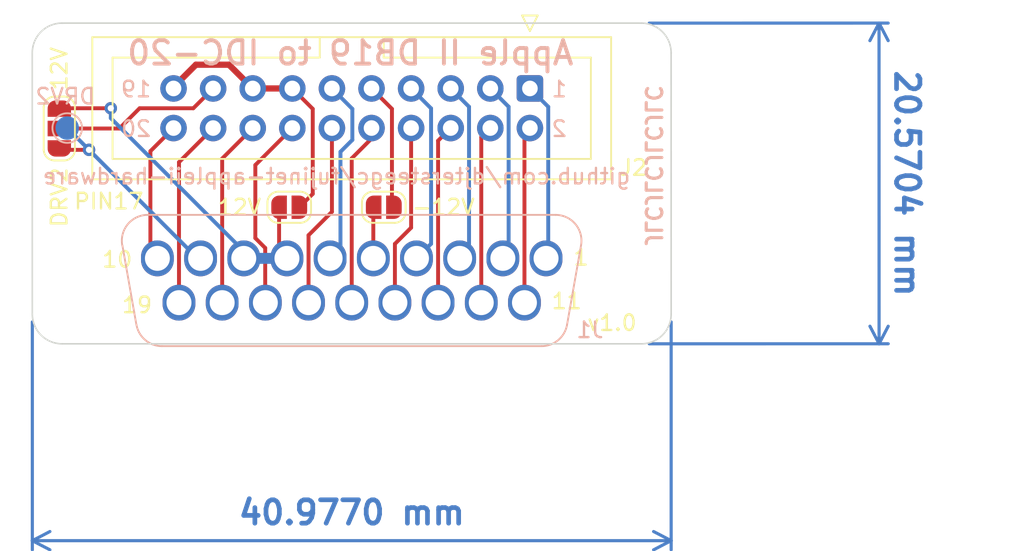
<source format=kicad_pcb>
(kicad_pcb (version 20221018) (generator pcbnew)
  (title_block (title "SmartPortSD SMD") (date "2023-12-07") (rev "1.1") (company "Chris Tersteeg"))
  (layers (0 "F.Cu" signal) (31 "B.Cu" signal) (34 "B.Paste" user) (35 "F.Paste" user) (36 "B.SilkS" user "B.Silkscreen") (37 "F.SilkS" user "F.Silkscreen") (38 "B.Mask" user) (39 "F.Mask" user) (44 "Edge.Cuts" user))
  (net 0 "")
  (net 1 "/A2_5V")
  (net 2 "/A2_WPROT")
  (net 3 "/A2_PH0")
  (net 4 "/A2_PH1")
  (net 5 "/A2_PH2")
  (net 6 "/A2_PH3")
  (net 7 "/A2_RD_DATA")
  (net 8 "/A2_WR_DATA")
  (net 9 "/A2_EN3.5")
  (net 10 "Net-(J2-Pin_9)")
  (net 11 "/A2_WREQ")
  (net 12 "/A2_HDSEL")
  (net 13 "/IDC20_12V")
  (net 14 "/A2_DRIVE1")
  (net 15 "/IDC_PIN17")
  (net 16 "Net-(JP1-A)")
  (net 17 "/DB19_12V")
  (net 18 "/DB19_DRIVE2")
  (net 19 "/GND1")
  (net 20 "/GND2")
  (net 21 "/GND3")
  (footprint "Jumper:SolderJumper-3_P1.3mm_Open_RoundedPad1.0x1.5mm_NumberLabels" (layer "F.Cu") (at 136.017 118.521 -90)
    (fp_text reference "JP4" hide)
    (fp_text value "PIN17" (at 4.669 -3.175) (layer "F.SilkS"))
    (fp_text user "12V" (at -3.84 0 90) (layer "F.SilkS"))
    (fp_text user "DRV2" (at 4.415 0 90) (layer "F.SilkS"))
    (fp_line (start -2.05 0.3) (end -2.05 -0.3) (stroke (width 0.12)) (layer "F.SilkS"))
    (fp_line (start -1.4 -1) (end 1.4 -1) (stroke (width 0.12)) (layer "F.SilkS"))
    (fp_line (start 1.4 1) (end -1.4 1) (stroke (width 0.12)) (layer "F.SilkS"))
    (fp_line (start 2.05 -0.3) (end 2.05 0.3) (stroke (width 0.12)) (layer "F.SilkS"))
    (fp_arc (start -2.05 -0.3) (mid -1.844975 -0.794975) (end -1.35 -1) (stroke (width 0.12)) (layer "F.SilkS"))
    (fp_arc (start -1.35 1) (mid -1.844975 0.794975) (end -2.05 0.3) (stroke (width 0.12)) (layer "F.SilkS"))
    (fp_arc (start 1.35 -1) (mid 1.844975 -0.794975) (end 2.05 -0.3) (stroke (width 0.12)) (layer "F.SilkS"))
    (fp_arc (start 2.05 0.3) (mid 1.844975 0.794975) (end 1.35 1) (stroke (width 0.12)) (layer "F.SilkS"))
    (pad "1" smd custom (at -1.3 0 270) (size 1 0.5) (layers "F.Cu" "F.Mask") (net 17 "/DB19_12V") (options (clearance outline) (anchor rect)) (primitives (gr_circle (center 0 0.25) (end 0.5 0.25) (width 0) (fill yes)) (gr_circle (center 0 -0.25) (end 0.5 -0.25) (width 0) (fill yes)) (gr_poly (pts (xy 0.55 0.75) (xy 0 0.75) (xy 0 -0.75) (xy 0.55 -0.75)) (width 0) (fill yes))))
    (pad "2" smd rect (at 0 0 270) (size 1 1.5) (layers "F.Cu" "F.Mask") (net 15 "/IDC_PIN17"))
    (pad "3" smd custom (at 1.3 0 270) (size 1 0.5) (layers "F.Cu" "F.Mask") (net 18 "/DB19_DRIVE2") (options (clearance outline) (anchor rect)) (primitives (gr_circle (center 0 0.25) (end 0.5 0.25) (width 0) (fill yes)) (gr_circle (center 0 -0.25) (end 0.5 -0.25) (width 0) (fill yes)) (gr_poly (pts (xy 0 0.75) (xy -0.55 0.75) (xy -0.55 -0.75) (xy 0 -0.75)) (width 0) (fill yes))))
  )
  (footprint "Jumper:SolderJumper-2_P1.3mm_Open_RoundedPad1.0x1.5mm" (layer "F.Cu") (at 150.764 123.571)
    (fp_text reference "JP2" hide)
    (fp_text value "12V" (at -3.19 0) (layer "F.SilkS"))
    (fp_line (start -1.4 0.3) (end -1.4 -0.3) (stroke (width 0.12)) (layer "F.SilkS"))
    (fp_line (start -0.7 -1) (end 0.7 -1) (stroke (width 0.12)) (layer "F.SilkS"))
    (fp_line (start 0.7 1) (end -0.7 1) (stroke (width 0.12)) (layer "F.SilkS"))
    (fp_line (start 1.4 -0.3) (end 1.4 0.3) (stroke (width 0.12)) (layer "F.SilkS"))
    (fp_arc (start -1.4 -0.3) (mid -1.194975 -0.794975) (end -0.7 -1) (stroke (width 0.12)) (layer "F.SilkS"))
    (fp_arc (start -0.7 1) (mid -1.194975 0.794975) (end -1.4 0.3) (stroke (width 0.12)) (layer "F.SilkS"))
    (fp_arc (start 0.7 -1) (mid 1.194975 -0.794975) (end 1.4 -0.3) (stroke (width 0.12)) (layer "F.SilkS"))
    (fp_arc (start 1.4 0.3) (mid 1.194975 0.794975) (end 0.7 1) (stroke (width 0.12)) (layer "F.SilkS"))
    (pad "1" smd custom (at -0.65 0) (size 1 0.5) (layers "F.Cu" "F.Mask") (net 17 "/DB19_12V") (options (clearance outline) (anchor rect)) (primitives (gr_circle (center 0 0.25) (end 0.5 0.25) (width 0) (fill yes)) (gr_circle (center 0 -0.25) (end 0.5 -0.25) (width 0) (fill yes)) (gr_poly (pts (xy 0.5 0.75) (xy 0 0.75) (xy 0 -0.75) (xy 0.5 -0.75)) (width 0) (fill yes))))
    (pad "2" smd custom (at 0.65 0) (size 1 0.5) (layers "F.Cu" "F.Mask") (net 13 "/IDC20_12V") (options (clearance outline) (anchor rect)) (primitives (gr_circle (center 0 0.25) (end 0.5 0.25) (width 0) (fill yes)) (gr_circle (center 0 -0.25) (end 0.5 -0.25) (width 0) (fill yes)) (gr_poly (pts (xy 0 0.75) (xy -0.5 0.75) (xy -0.5 -0.75) (xy 0 -0.75)) (width 0) (fill yes))))
  )
  (footprint "Connector_IDC:IDC-Header_2x10_P2.54mm_Vertical" (layer "F.Cu") (at 166.203 115.951 -90)
    (fp_text reference "J2" (at 5.08 -6.644 -180) (layer "F.SilkS"))
    (fp_text value "IDC-20")
    (fp_line (start -4.68 -0.5) (end -4.68 0.5) (stroke (width 0.12)) (layer "F.SilkS"))
    (fp_line (start -4.68 0.5) (end -3.68 0) (stroke (width 0.12)) (layer "F.SilkS"))
    (fp_line (start -3.68 0) (end -4.68 -0.5) (stroke (width 0.12)) (layer "F.SilkS"))
    (fp_line (start -3.29 -5.21) (end 5.83 -5.21) (stroke (width 0.12)) (layer "F.SilkS"))
    (fp_line (start -3.29 9.38) (end -1.98 9.38) (stroke (width 0.12)) (layer "F.SilkS"))
    (fp_line (start -3.29 28.07) (end -3.29 -5.21) (stroke (width 0.12)) (layer "F.SilkS"))
    (fp_line (start -1.98 -3.91) (end 4.52 -3.91) (stroke (width 0.12)) (layer "F.SilkS"))
    (fp_line (start -1.98 9.38) (end -1.98 -3.91) (stroke (width 0.12)) (layer "F.SilkS"))
    (fp_line (start -1.98 13.48) (end -3.29 13.48) (stroke (width 0.12)) (layer "F.SilkS"))
    (fp_line (start -1.98 13.48) (end -1.98 13.48) (stroke (width 0.12)) (layer "F.SilkS"))
    (fp_line (start -1.98 26.77) (end -1.98 13.48) (stroke (width 0.12)) (layer "F.SilkS"))
    (fp_line (start 4.52 -3.91) (end 4.52 26.77) (stroke (width 0.12)) (layer "F.SilkS"))
    (fp_line (start 4.52 26.77) (end -1.98 26.77) (stroke (width 0.12)) (layer "F.SilkS"))
    (fp_line (start 5.83 -5.21) (end 5.83 28.07) (stroke (width 0.12)) (layer "F.SilkS"))
    (fp_line (start 5.83 28.07) (end -3.29 28.07) (stroke (width 0.12)) (layer "F.SilkS"))
    (pad "1" thru_hole roundrect (at 0 0 270) (size 1.7 1.7) (drill 1) (layers "*.Cu" "*.Mask") (roundrect_rratio 0.1470588235) (net 19 "/GND1"))
    (pad "2" thru_hole circle (at 2.54 0 270) (size 1.7 1.7) (drill 1) (layers "*.Cu" "*.Mask") (net 3 "/A2_PH0"))
    (pad "3" thru_hole circle (at 0 2.54 270) (size 1.7 1.7) (drill 1) (layers "*.Cu" "*.Mask") (net 20 "/GND2"))
    (pad "4" thru_hole circle (at 2.54 2.54 270) (size 1.7 1.7) (drill 1) (layers "*.Cu" "*.Mask") (net 4 "/A2_PH1"))
    (pad "5" thru_hole circle (at 0 5.08 270) (size 1.7 1.7) (drill 1) (layers "*.Cu" "*.Mask") (net 21 "/GND3"))
    (pad "6" thru_hole circle (at 2.54 5.08 270) (size 1.7 1.7) (drill 1) (layers "*.Cu" "*.Mask") (net 5 "/A2_PH2"))
    (pad "7" thru_hole circle (at 0 7.62 270) (size 1.7 1.7) (drill 1) (layers "*.Cu" "*.Mask") (net 9 "/A2_EN3.5"))
    (pad "8" thru_hole circle (at 2.54 7.62 270) (size 1.7 1.7) (drill 1) (layers "*.Cu" "*.Mask") (net 6 "/A2_PH3"))
    (pad "9" thru_hole circle (at 0 10.16 270) (size 1.7 1.7) (drill 1) (layers "*.Cu" "*.Mask") (net 10 "Net-(J2-Pin_9)"))
    (pad "10" thru_hole circle (at 2.54 10.16 270) (size 1.7 1.7) (drill 1) (layers "*.Cu" "*.Mask") (net 11 "/A2_WREQ"))
    (pad "11" thru_hole circle (at 0 12.7 270) (size 1.7 1.7) (drill 1) (layers "*.Cu" "*.Mask") (net 1 "/A2_5V"))
    (pad "12" thru_hole circle (at 2.54 12.7 270) (size 1.7 1.7) (drill 1) (layers "*.Cu" "*.Mask") (net 12 "/A2_HDSEL"))
    (pad "13" thru_hole circle (at 0 15.24 270) (size 1.7 1.7) (drill 1) (layers "*.Cu" "*.Mask") (net 13 "/IDC20_12V"))
    (pad "14" thru_hole circle (at 2.54 15.24 270) (size 1.7 1.7) (drill 1) (layers "*.Cu" "*.Mask") (net 14 "/A2_DRIVE1"))
    (pad "15" thru_hole circle (at 0 17.78 270) (size 1.7 1.7) (drill 1) (layers "*.Cu" "*.Mask") (net 13 "/IDC20_12V"))
    (pad "16" thru_hole circle (at 2.54 17.78 270) (size 1.7 1.7) (drill 1) (layers "*.Cu" "*.Mask") (net 7 "/A2_RD_DATA"))
    (pad "17" thru_hole circle (at 0 20.32 270) (size 1.7 1.7) (drill 1) (layers "*.Cu" "*.Mask") (net 15 "/IDC_PIN17"))
    (pad "18" thru_hole circle (at 2.54 20.32 270) (size 1.7 1.7) (drill 1) (layers "*.Cu" "*.Mask") (net 8 "/A2_WR_DATA"))
    (pad "19" thru_hole circle (at 0 22.86 270) (size 1.7 1.7) (drill 1) (layers "*.Cu" "*.Mask") (net 13 "/IDC20_12V"))
    (pad "20" thru_hole circle (at 2.54 22.86 270) (size 1.7 1.7) (drill 1) (layers "*.Cu" "*.Mask") (net 2 "/A2_WPROT"))
  )
  (footprint "Jumper:SolderJumper-2_P1.3mm_Open_RoundedPad1.0x1.5mm" (layer "F.Cu") (at 156.83 123.571)
    (fp_text reference "JP1" hide)
    (fp_text value "-12V" (at 3.825 0) (layer "F.SilkS"))
    (fp_line (start -1.4 0.3) (end -1.4 -0.3) (stroke (width 0.12)) (layer "F.SilkS"))
    (fp_line (start -0.7 -1) (end 0.7 -1) (stroke (width 0.12)) (layer "F.SilkS"))
    (fp_line (start 0.7 1) (end -0.7 1) (stroke (width 0.12)) (layer "F.SilkS"))
    (fp_line (start 1.4 -0.3) (end 1.4 0.3) (stroke (width 0.12)) (layer "F.SilkS"))
    (fp_arc (start -1.4 -0.3) (mid -1.194975 -0.794975) (end -0.7 -1) (stroke (width 0.12)) (layer "F.SilkS"))
    (fp_arc (start -0.7 1) (mid -1.194975 0.794975) (end -1.4 0.3) (stroke (width 0.12)) (layer "F.SilkS"))
    (fp_arc (start 0.7 -1) (mid 1.194975 -0.794975) (end 1.4 -0.3) (stroke (width 0.12)) (layer "F.SilkS"))
    (fp_arc (start 1.4 0.3) (mid 1.194975 0.794975) (end 0.7 1) (stroke (width 0.12)) (layer "F.SilkS"))
    (pad "1" smd custom (at -0.65 0) (size 1 0.5) (layers "F.Cu" "F.Mask") (net 16 "Net-(JP1-A)") (options (clearance outline) (anchor rect)) (primitives (gr_circle (center 0 0.25) (end 0.5 0.25) (width 0) (fill yes)) (gr_circle (center 0 -0.25) (end 0.5 -0.25) (width 0) (fill yes)) (gr_poly (pts (xy 0.5 0.75) (xy 0 0.75) (xy 0 -0.75) (xy 0.5 -0.75)) (width 0) (fill yes))))
    (pad "2" smd custom (at 0.65 0) (size 1 0.5) (layers "F.Cu" "F.Mask") (net 10 "Net-(J2-Pin_9)") (options (clearance outline) (anchor rect)) (primitives (gr_circle (center 0 0.25) (end 0.5 0.25) (width 0) (fill yes)) (gr_circle (center 0 -0.25) (end 0.5 -0.25) (width 0) (fill yes)) (gr_poly (pts (xy 0 0.75) (xy -0.5 0.75) (xy -0.5 -0.75) (xy 0 -0.75)) (width 0) (fill yes))))
  )
  (footprint "Tersteeg:DSUB-19_Male_Vertical_P2.77x2.84mm_Narrow_MountingHoles_Full_Pins" (layer "B.Cu") (at 167.238 126.85 180)
    (fp_text reference "J1" (at -2.815 -4.595) (layer "B.SilkS") (effects (justify mirror)))
    (fp_text value "DB19_Plug")
    (fp_line (start -2.24647 0.841744) (end -1.347202 -4.258256) (stroke (width 0.12)) (layer "B.SilkS"))
    (fp_line (start -0.611689 2.79) (end 25.550735 2.79) (stroke (width 0.12)) (layer "B.SilkS"))
    (fp_line (start 0.287579 -5.63) (end 24.637778 -5.63) (stroke (width 0.12)) (layer "B.SilkS"))
    (fp_line (start 27.17647 0.841744) (end 26.277202 -4.258256) (stroke (width 0.12)) (layer "B.SilkS"))
    (fp_arc (start -1.347202 -4.258256) (mid -0.779449 -5.241634) (end 0.287579 -5.63) (stroke (width 0.12)) (layer "B.SilkS"))
    (fp_arc (start -0.611689 2.79) (mid -1.883323 2.197028) (end -2.24647 0.841744) (stroke (width 0.12)) (layer "B.SilkS"))
    (fp_arc (start 24.637778 -5.63) (mid 25.704798 -5.241626) (end 26.272559 -4.258256) (stroke (width 0.12)) (layer "B.SilkS"))
    (fp_arc (start 27.185516 0.841744) (mid 26.822413 2.19708) (end 25.550735 2.79) (stroke (width 0.12)) (layer "B.SilkS"))
    (pad "" np_thru_hole circle (at -6.13 -1.42 180) (size 2.7 2.7) (drill 2.7) (layers "F&B.Cu" "*.Mask"))
    (pad "" np_thru_hole circle (at 31.06 -1.42 180) (size 2.7 2.7) (drill 2.7) (layers "F&B.Cu" "*.Mask"))
    (pad "1" thru_hole oval (at 0 0 180) (size 2.1 2.3) (drill 1.6) (layers "*.Cu" "*.Mask") (net 19 "/GND1"))
    (pad "2" thru_hole oval (at 2.77 0 180) (size 2.1 2.3) (drill 1.6) (layers "*.Cu" "*.Mask") (net 20 "/GND2"))
    (pad "3" thru_hole oval (at 5.54 0 180) (size 2.1 2.3) (drill 1.6) (layers "*.Cu" "*.Mask") (net 21 "/GND3"))
    (pad "4" thru_hole oval (at 8.31 0 180) (size 2.1 2.3) (drill 1.6) (layers "*.Cu" "*.Mask") (net 9 "/A2_EN3.5"))
    (pad "5" thru_hole oval (at 11.08 0 180) (size 2.1 2.3) (drill 1.6) (layers "*.Cu" "*.Mask") (net 16 "Net-(JP1-A)"))
    (pad "6" thru_hole oval (at 13.85 0 180) (size 2.1 2.3) (drill 1.6) (layers "*.Cu" "*.Mask") (net 1 "/A2_5V"))
    (pad "7" thru_hole oval (at 16.62 0 180) (size 2.1 2.3) (drill 1.6) (layers "*.Cu" "*.Mask") (net 17 "/DB19_12V"))
    (pad "8" thru_hole oval (at 19.39 0 180) (size 2.1 2.3) (drill 1.6) (layers "*.Cu" "*.Mask") (net 17 "/DB19_12V"))
    (pad "9" thru_hole oval (at 22.16 0 180) (size 2.1 2.3) (drill 1.6) (layers "*.Cu" "*.Mask") (net 18 "/DB19_DRIVE2"))
    (pad "10" thru_hole oval (at 24.93 0 180) (size 2.1 2.3) (drill 1.6) (layers "*.Cu" "*.Mask") (net 2 "/A2_WPROT"))
    (pad "11" thru_hole oval (at 1.385 -2.84 180) (size 2.1 2.3) (drill 1.6) (layers "*.Cu" "*.Mask") (net 3 "/A2_PH0"))
    (pad "12" thru_hole oval (at 4.155 -2.84 180) (size 2.1 2.3) (drill 1.6) (layers "*.Cu" "*.Mask") (net 4 "/A2_PH1"))
    (pad "13" thru_hole oval (at 6.925 -2.84 180) (size 2.1 2.3) (drill 1.6) (layers "*.Cu" "*.Mask") (net 5 "/A2_PH2"))
    (pad "14" thru_hole oval (at 9.695 -2.84 180) (size 2.1 2.3) (drill 1.6) (layers "*.Cu" "*.Mask") (net 6 "/A2_PH3"))
    (pad "15" thru_hole oval (at 12.465 -2.84 180) (size 2.1 2.3) (drill 1.6) (layers "*.Cu" "*.Mask") (net 11 "/A2_WREQ"))
    (pad "16" thru_hole oval (at 15.235 -2.84 180) (size 2.1 2.3) (drill 1.6) (layers "*.Cu" "*.Mask") (net 12 "/A2_HDSEL"))
    (pad "17" thru_hole oval (at 18.005 -2.84 180) (size 2.1 2.3) (drill 1.6) (layers "*.Cu" "*.Mask") (net 14 "/A2_DRIVE1"))
    (pad "18" thru_hole oval (at 20.775 -2.84 180) (size 2.1 2.3) (drill 1.6) (layers "*.Cu" "*.Mask") (net 7 "/A2_RD_DATA"))
    (pad "19" thru_hole oval (at 23.545 -2.84 180) (size 2.1 2.3) (drill 1.6) (layers "*.Cu" "*.Mask") (net 8 "/A2_WR_DATA"))
  )
  (footprint "TestPoint:TestPoint_Pad_D1.5mm" (layer "B.Cu") (at 136.525 118.491 180)
    (fp_text reference "TP1" hide)
    (fp_text value "DRV2" (at 0.127 2.032) (layer "B.SilkS") (effects (justify mirror)))
    (fp_circle (center 0 0) (end 0 -0.95) (stroke (width 0.12)) (fill none) (layer "B.SilkS"))
    (pad "1" smd circle (at 0 0 180) (size 1.5 1.5) (layers "B.Cu" "B.Mask") (net 18 "/DB19_DRIVE2"))
  )
  (gr_arc (start 136.191139 132.330395) (mid 134.844101 131.772433) (end 134.286139 130.425395) (stroke (width 0.1)) (layer "Edge.Cuts"))
  (gr_line (start 173.355 111.76) (end 136.188387 111.76) (stroke (width 0.1)) (layer "Edge.Cuts"))
  (gr_line (start 134.283387 113.665) (end 134.286139 130.425395) (stroke (width 0.1)) (layer "Edge.Cuts"))
  (gr_arc (start 175.263091 130.425395) (mid 174.705129 131.772433) (end 173.358091 132.330395) (stroke (width 0.1)) (layer "Edge.Cuts"))
  (gr_arc (start 134.283387 113.665) (mid 134.841349 112.317962) (end 136.188387 111.76) (stroke (width 0.1)) (layer "Edge.Cuts"))
  (gr_line (start 175.263091 130.425395) (end 175.26 113.665) (stroke (width 0.1)) (layer "Edge.Cuts"))
  (gr_line locked (start 136.191139 132.330395) (end 173.358091 132.330395) (stroke (width 0.1)) (layer "Edge.Cuts"))
  (gr_arc (start 173.355 111.76) (mid 174.702038 112.317962) (end 175.26 113.665) (stroke (width 0.1)) (layer "Edge.Cuts"))
  (gr_text "2" (at 168.656 119.126) (layer "B.SilkS") (effects (font (size 1 1)) (justify left bottom mirror)))
  (gr_text "20" (at 141.986 119.126) (layer "B.SilkS") (effects (font (size 1 1)) (justify left bottom mirror)))
  (gr_text "Apple II DB19 to IDC-20" (at 154.686 114.554) (layer "B.SilkS") (effects (font (size 1.5 1.5) (thickness 0.25) bold) (justify bottom mirror)))
  (gr_text "JLCJLCJLCJLC" (at 174.117 120.904 -90) (layer "B.SilkS") (effects (font (size 1 1) (thickness 0.2)) (justify mirror)))
  (gr_text "19" (at 141.986 116.586) (layer "B.SilkS") (effects (font (size 1 1)) (justify left bottom mirror)))
  (gr_text "1" (at 168.656 116.586) (layer "B.SilkS") (effects (font (size 1 1)) (justify left bottom mirror)))
  (gr_text "github.com/djtersteegc/fujinet-appleii-hardware" (at 153.797 122.174) (layer "B.SilkS") (effects (font (size 1 1)) (justify bottom mirror)))
  (gr_text "1" (at 168.91 127.381) (layer "F.SilkS") (effects (font (size 1 1)) (justify left bottom)))
  (gr_text "19" (at 139.954 130.429) (layer "F.SilkS") (effects (font (size 1 1)) (justify left bottom)))
  (gr_text "10" (at 138.684 127.508) (layer "F.SilkS") (effects (font (size 1 1)) (justify left bottom)))
  (gr_text "11" (at 167.513 130.175) (layer "F.SilkS") (effects (font (size 1 1)) (justify left bottom)))
  (gr_text "v1.0" (at 169.799 131.572) (layer "F.SilkS") (effects (font (size 1 1)) (justify left bottom)))
  (dimension (type aligned) (layer "B.Cu") (pts (xy 173.355 111.76) (xy 173.358091 132.330395)) (height -15.24253) (gr_text "20.5704 mm" (at 190.399076 122.042637 270.0086123) (layer "B.Cu") (effects (font (size 1.5 1.5) (thickness 0.3)))) (format (prefix "") (suffix "") (units 3) (units_format 1) (precision 4)) (style (thickness 0.2) (arrow_length 1.27) (text_position_mode 0) (extension_height 0.58642) (extension_offset 0.5) keep_text_aligned))
  (dimension (type aligned) (layer "B.Cu") (pts (xy 134.286139 130.425395) (xy 175.263091 130.425395)) (height 14.532405) (gr_text "40.9770 mm" (at 154.774615 143.1578) (layer "B.Cu") (effects (font (size 1.5 1.5) (thickness 0.3)))) (format (prefix "") (suffix "") (units 3) (units_format 1) (precision 4)) (style (thickness 0.2) (arrow_length 1.27) (text_position_mode 0) (extension_height 0.58642) (extension_offset 0.5) keep_text_aligned))
  (segment (start 154.051 126.187) (end 154.051 120.015) (width 0.25) (layer "B.Cu") (net 1))
  (segment (start 154.051 120.015) (end 154.813 119.253) (width 0.25) (layer "B.Cu") (net 1))
  (segment (start 153.388 126.85) (end 154.051 126.187) (width 0.25) (layer "B.Cu") (net 1))
  (segment (start 154.813 117.261) (end 153.503 115.951) (width 0.25) (layer "B.Cu") (net 1))
  (segment (start 154.813 119.253) (end 154.813 117.261) (width 0.25) (layer "B.Cu") (net 1))
  (segment (start 141.859 119.975) (end 143.343 118.491) (width 0.25) (layer "F.Cu") (net 2))
  (segment (start 141.859 126.401) (end 141.859 119.975) (width 0.25) (layer "F.Cu") (net 2))
  (segment (start 142.308 126.85) (end 141.859 126.401) (width 0.25) (layer "F.Cu") (net 2))
  (segment (start 165.853 129.69) (end 165.853 118.841) (width 0.25) (layer "F.Cu") (net 3))
  (segment (start 165.853 118.841) (end 166.203 118.491) (width 0.25) (layer "F.Cu") (net 3))
  (segment (start 163.083 119.071) (end 163.663 118.491) (width 0.25) (layer "F.Cu") (net 4))
  (segment (start 163.083 129.69) (end 163.083 119.071) (width 0.25) (layer "F.Cu") (net 4))
  (segment (start 160.313 129.69) (end 160.313 119.301) (width 0.25) (layer "F.Cu") (net 5))
  (segment (start 160.313 119.301) (end 161.123 118.491) (width 0.25) (layer "F.Cu") (net 5))
  (segment (start 157.543 129.69) (end 157.543 125.921) (width 0.25) (layer "F.Cu") (net 6))
  (segment (start 157.543 125.921) (end 158.583 124.881) (width 0.25) (layer "F.Cu") (net 6))
  (segment (start 158.583 124.881) (end 158.583 118.491) (width 0.25) (layer "F.Cu") (net 6))
  (segment (start 146.463 129.69) (end 146.463 120.451) (width 0.25) (layer "F.Cu") (net 7))
  (segment (start 146.463 120.451) (end 148.423 118.491) (width 0.25) (layer "F.Cu") (net 7))
  (segment (start 143.693 120.681) (end 145.883 118.491) (width 0.25) (layer "F.Cu") (net 8))
  (segment (start 143.693 129.69) (end 143.693 120.681) (width 0.25) (layer "F.Cu") (net 8))
  (segment (start 158.928 126.85) (end 159.863 125.915) (width 0.25) (layer "B.Cu") (net 9))
  (segment (start 159.863 125.915) (end 159.863 117.231) (width 0.25) (layer "B.Cu") (net 9))
  (segment (start 159.863 117.231) (end 158.583 115.951) (width 0.25) (layer "B.Cu") (net 9))
  (segment (start 157.353 123.444) (end 157.353 117.261) (width 0.25) (layer "F.Cu") (net 10))
  (segment (start 157.48 123.571) (end 157.353 123.444) (width 0.25) (layer "F.Cu") (net 10))
  (segment (start 157.353 117.261) (end 156.043 115.951) (width 0.25) (layer "F.Cu") (net 10))
  (segment (start 154.773 129.69) (end 154.773 120.436) (width 0.25) (layer "F.Cu") (net 11))
  (segment (start 156.043 119.166) (end 156.043 118.491) (width 0.25) (layer "F.Cu") (net 11))
  (segment (start 154.773 120.436) (end 156.043 119.166) (width 0.25) (layer "F.Cu") (net 11))
  (segment (start 153.503 123.865) (end 153.503 118.491) (width 0.25) (layer "F.Cu") (net 12))
  (segment (start 152.003 125.365) (end 153.503 123.865) (width 0.25) (layer "F.Cu") (net 12))
  (segment (start 152.003 129.69) (end 152.003 125.365) (width 0.25) (layer "F.Cu") (net 12))
  (segment (start 146.899 114.427) (end 148.423 115.951) (width 0.4) (layer "F.Cu") (net 13))
  (segment (start 152.273 122.712) (end 152.273 117.261) (width 0.25) (layer "F.Cu") (net 13))
  (segment (start 143.343 115.864) (end 144.78 114.427) (width 0.4) (layer "F.Cu") (net 13))
  (segment (start 151.414 123.571) (end 152.273 122.712) (width 0.25) (layer "F.Cu") (net 13))
  (segment (start 148.423 115.951) (end 150.963 115.951) (width 0.4) (layer "F.Cu") (net 13))
  (segment (start 144.78 114.427) (end 146.899 114.427) (width 0.4) (layer "F.Cu") (net 13))
  (segment (start 152.273 117.261) (end 150.963 115.951) (width 0.25) (layer "F.Cu") (net 13))
  (segment (start 143.343 115.951) (end 143.343 115.864) (width 0.4) (layer "F.Cu") (net 13))
  (segment (start 149.233 129.69) (end 149.223 129.68) (width 0.25) (layer "F.Cu") (net 14))
  (segment (start 148.59 120.864) (end 150.963 118.491) (width 0.25) (layer "F.Cu") (net 14))
  (segment (start 148.59 125.547456) (end 148.59 120.864) (width 0.25) (layer "F.Cu") (net 14))
  (segment (start 149.223 126.180456) (end 148.59 125.547456) (width 0.25) (layer "F.Cu") (net 14))
  (segment (start 149.223 129.68) (end 149.223 126.180456) (width 0.25) (layer "F.Cu") (net 14))
  (segment (start 139.8675 118.521) (end 141.1675 117.221) (width 0.25) (layer "F.Cu") (net 15))
  (segment (start 141.1675 117.221) (end 144.613 117.221) (width 0.25) (layer "F.Cu") (net 15))
  (segment (start 144.613 117.221) (end 145.883 115.951) (width 0.25) (layer "F.Cu") (net 15))
  (segment (start 136.017 118.521) (end 139.8675 118.521) (width 0.25) (layer "F.Cu") (net 15))
  (segment (start 156.158 126.85) (end 156.158 123.593) (width 0.25) (layer "F.Cu") (net 16))
  (segment (start 156.158 123.593) (end 156.18 123.571) (width 0.25) (layer "F.Cu") (net 16))
  (segment (start 150.618 126.85) (end 150.114 126.346) (width 0.25) (layer "F.Cu") (net 17))
  (segment (start 150.114 126.346) (end 150.114 123.571) (width 0.25) (layer "F.Cu") (net 17))
  (segment (start 139.319 117.221) (end 136.017 117.221) (width 0.25) (layer "F.Cu") (net 17))
  (via (at 139.319 117.221) (size 0.8) (drill 0.4) (layers "F.Cu" "B.Cu") (net 17))
  (segment (start 139.319 117.221) (end 139.319 117.856) (width 0.25) (layer "B.Cu") (net 17))
  (segment (start 150.618 126.85) (end 147.848 126.85) (width 0.7) (layer "B.Cu") (net 17))
  (segment (start 139.319 117.856) (end 147.848 126.385) (width 0.25) (layer "B.Cu") (net 17))
  (segment (start 147.848 126.385) (end 147.848 126.85) (width 0.25) (layer "B.Cu") (net 17))
  (segment (start 136.084 119.888) (end 136.017 119.821) (width 0.25) (layer "F.Cu") (net 18))
  (segment (start 137.922 119.888) (end 136.084 119.888) (width 0.25) (layer "F.Cu") (net 18))
  (via (at 137.922 119.888) (size 0.8) (drill 0.4) (layers "F.Cu" "B.Cu") (net 18))
  (segment (start 144.884 126.85) (end 137.922 119.888) (width 0.25) (layer "B.Cu") (net 18))
  (segment (start 137.922 119.888) (end 136.525 118.491) (width 0.25) (layer "B.Cu") (net 18))
  (segment (start 145.078 126.85) (end 144.884 126.85) (width 0.25) (layer "B.Cu") (net 18))
  (segment (start 167.378 126.71) (end 167.378 117.126) (width 0.25) (layer "B.Cu") (net 19))
  (segment (start 167.238 126.85) (end 167.378 126.71) (width 0.25) (layer "B.Cu") (net 19))
  (segment (start 167.378 117.126) (end 166.203 115.951) (width 0.25) (layer "B.Cu") (net 19))
  (segment (start 164.468 126.85) (end 164.838 126.48) (width 0.25) (layer "B.Cu") (net 20))
  (segment (start 164.838 117.126) (end 163.663 115.951) (width 0.25) (layer "B.Cu") (net 20))
  (segment (start 164.838 126.48) (end 164.838 117.126) (width 0.25) (layer "B.Cu") (net 20))
  (segment (start 161.698 126.85) (end 162.298 126.25) (width 0.25) (layer "B.Cu") (net 21))
  (segment (start 162.298 126.25) (end 162.298 117.126) (width 0.25) (layer "B.Cu") (net 21))
  (segment (start 162.298 117.126) (end 161.123 115.951) (width 0.25) (layer "B.Cu") (net 21))
)
</source>
